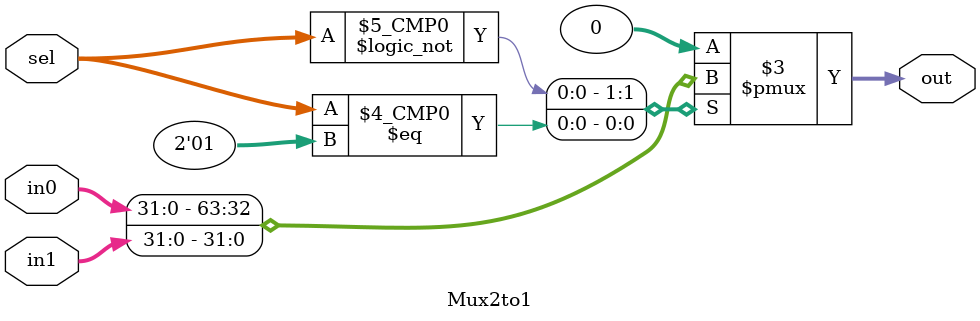
<source format=v>

module Mux2to1 #(
    parameter N = 32          // Default bit
  )(
    input [1:0] sel,          // Two-bit selection input
    input [N-1:0] in0,
    input [N-1:0] in1,
    output reg [N-1:0] out
  );

  // When any of the inputs change, the output will be updated
  always @(in0, in1, sel)
  begin
    case(sel)
      2'b00:
        out = in0;           // Select input in0
      2'b01:
        out = in1;           // Select input in1
      default:
        out = {N{1'b0}};   // Default case (N-bit 0)
    endcase
  end

endmodule

</source>
